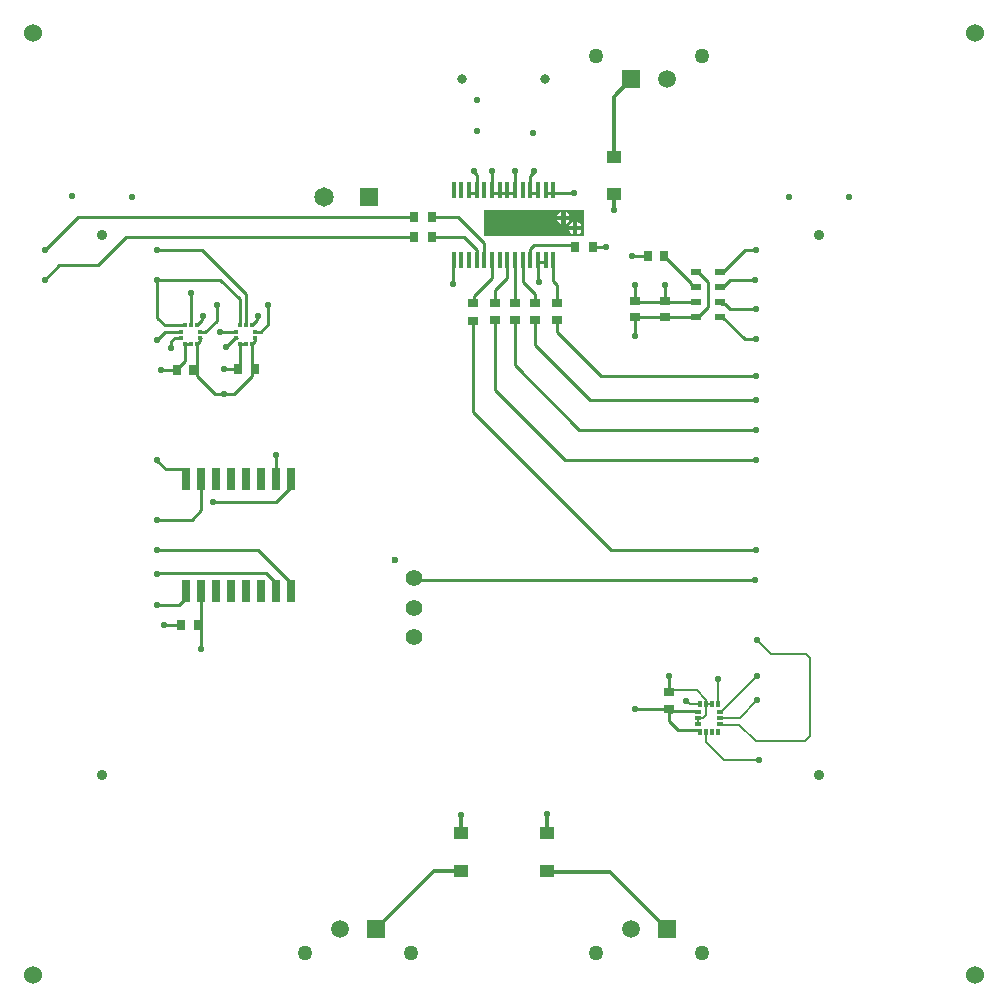
<source format=gtl>
G04*
G04 #@! TF.GenerationSoftware,Altium Limited,Altium Designer,24.0.1 (36)*
G04*
G04 Layer_Physical_Order=1*
G04 Layer_Color=255*
%FSLAX25Y25*%
%MOIN*%
G70*
G04*
G04 #@! TF.SameCoordinates,8111244A-D8C8-47A8-AF56-D19D7FDA50C5*
G04*
G04*
G04 #@! TF.FilePolarity,Positive*
G04*
G01*
G75*
%ADD13C,0.00800*%
%ADD14C,0.01000*%
%ADD15R,0.01378X0.01181*%
%ADD16R,0.01181X0.01378*%
%ADD17R,0.01378X0.02264*%
%ADD18R,0.02264X0.01378*%
%ADD19R,0.03543X0.03150*%
%ADD20R,0.02756X0.03543*%
%ADD21R,0.01772X0.05807*%
%ADD22R,0.12598X0.07480*%
%ADD23R,0.03543X0.02756*%
%ADD24R,0.04803X0.04409*%
%ADD25R,0.03150X0.03543*%
%ADD26R,0.02756X0.07598*%
%ADD27R,0.03740X0.02165*%
%ADD52C,0.01200*%
%ADD53C,0.03504*%
%ADD54C,0.05512*%
%ADD55C,0.02362*%
%ADD56R,0.06496X0.06496*%
%ADD57C,0.06496*%
%ADD58C,0.05000*%
%ADD59C,0.05984*%
%ADD60R,0.05984X0.05984*%
%ADD61C,0.03150*%
%ADD62C,0.06000*%
%ADD63C,0.02300*%
G36*
X203600Y266233D02*
X170402D01*
Y275100D01*
X203600D01*
Y266233D01*
D02*
G37*
%LPC*%
G36*
X197501Y274360D02*
Y273094D01*
X198767D01*
X198573Y273561D01*
X197969Y274166D01*
X197501Y274360D01*
D02*
G37*
G36*
X196001D02*
X195533Y274166D01*
X194928Y273561D01*
X194734Y273094D01*
X196001D01*
Y274360D01*
D02*
G37*
G36*
X198767Y271593D02*
X197501D01*
Y270327D01*
X197969Y270521D01*
X198573Y271126D01*
X198767Y271593D01*
D02*
G37*
G36*
X196001D02*
X194734D01*
X194928Y271126D01*
X195533Y270521D01*
X196001Y270327D01*
Y271593D01*
D02*
G37*
G36*
X201434Y270968D02*
Y269701D01*
X202700D01*
X202507Y270169D01*
X201902Y270774D01*
X201434Y270968D01*
D02*
G37*
G36*
X199934D02*
X199466Y270774D01*
X198861Y270169D01*
X198668Y269701D01*
X199934D01*
Y270968D01*
D02*
G37*
G36*
X202700Y268201D02*
X201434D01*
Y266935D01*
X201902Y267128D01*
X202507Y267733D01*
X202700Y268201D01*
D02*
G37*
G36*
X199934D02*
X198668D01*
X198861Y267733D01*
X199466Y267128D01*
X199934Y266935D01*
Y268201D01*
D02*
G37*
%LPD*%
D13*
X244416Y110279D02*
X246384D01*
X244416Y106761D02*
Y110279D01*
X239052D02*
X242447D01*
X244416D02*
Y111828D01*
X241806Y105700D02*
X243355D01*
X244416Y97584D02*
Y101121D01*
X248994Y103732D02*
X249272Y103454D01*
X255457D02*
X261011Y97900D01*
X249272Y103454D02*
X255457D01*
X261011Y97900D02*
X277400D01*
X279000Y99500D01*
Y125500D01*
X277500Y127000D02*
X279000Y125500D01*
X266101Y127000D02*
X277500D01*
X248994Y105700D02*
X255503D01*
X249384Y107616D02*
X261408Y119639D01*
X244416Y97584D02*
X250200Y91800D01*
X261361Y131739D02*
X266101Y127000D01*
X255503Y105700D02*
X261408Y111606D01*
X250200Y91800D02*
X261836D01*
X237958Y111373D02*
X239052Y110279D01*
X232689Y114873D02*
X241371D01*
X244416Y111828D01*
X241806Y103732D02*
Y105700D01*
X243355D02*
X244416Y106761D01*
X248353Y110279D02*
Y118582D01*
D14*
X98385Y236911D02*
Y243337D01*
X95858Y234384D02*
X98385Y236911D01*
X94100Y234384D02*
X95858D01*
X81183Y238097D02*
Y243337D01*
X77470Y234384D02*
X81183Y238097D01*
X75750Y234384D02*
X77470D01*
X94745Y238474D02*
Y239557D01*
X94994Y239806D01*
X93009Y236620D02*
Y236739D01*
X94745Y238474D01*
X74659Y236739D02*
X76395Y238474D01*
X74568Y236550D02*
X74659Y236640D01*
Y236739D01*
X76395Y238474D02*
Y239501D01*
X76643Y239750D01*
X88982Y236550D02*
Y245278D01*
X61386Y251800D02*
X82460D01*
X88982Y245278D01*
X61386Y261800D02*
X76247D01*
X90950Y236550D02*
Y247096D01*
X76247Y261800D02*
X90950Y247096D01*
X70631Y230250D02*
X72600D01*
X62604Y221800D02*
X67876D01*
X69147Y223072D02*
X70631Y224556D01*
Y230250D01*
X67310Y232416D02*
X69450D01*
X66156Y231261D02*
X67310Y232416D01*
X66156Y229284D02*
Y231261D01*
X61386Y231800D02*
X63970Y234384D01*
X69450D01*
X63996Y236550D02*
X70631D01*
X61386Y239160D02*
X63996Y236550D01*
X61386Y239160D02*
Y251800D01*
X72600Y236550D02*
Y247278D01*
X75561Y231341D02*
Y232325D01*
X74568Y230349D02*
X75561Y231341D01*
X232000Y104713D02*
Y108672D01*
Y104713D02*
X235149Y101564D01*
X232000Y108672D02*
X232943Y107728D01*
X232689Y107867D02*
X241500D01*
X235149Y101564D02*
X242258D01*
X167843Y258481D02*
Y261721D01*
X163564Y266000D02*
X167843Y261721D01*
X206813Y262764D02*
X210975D01*
X187162Y263322D02*
X199047D01*
X185757Y261916D02*
X187162Y263322D01*
X185757Y258481D02*
Y261916D01*
Y257633D02*
Y258481D01*
Y280767D02*
X188316D01*
X185757Y286457D02*
X186975Y287675D01*
X185757Y281614D02*
Y286457D01*
X186975Y287675D02*
Y288026D01*
X165284Y280767D02*
X167843D01*
X167066Y287587D02*
Y287939D01*
X167843Y281614D02*
Y286809D01*
X167066Y287587D02*
X167843Y286809D01*
X152853Y272500D02*
X161771D01*
X170402Y258481D02*
Y263869D01*
X161771Y272500D02*
X170402Y263869D01*
X152853Y266000D02*
X163564D01*
X172961Y252267D02*
Y258481D01*
X167040Y244292D02*
Y246345D01*
X172961Y252267D01*
X166800Y244053D02*
X167040Y244292D01*
X174000Y248247D02*
X178079Y252326D01*
X174000Y244153D02*
Y248247D01*
X178079Y252326D02*
Y258481D01*
X187322Y244153D02*
Y246906D01*
X183198Y251031D02*
Y258481D01*
Y251031D02*
X187322Y246906D01*
X193434Y251338D02*
X194800Y249972D01*
X193434Y251338D02*
Y258481D01*
X194800Y244153D02*
Y249972D01*
X180639Y244153D02*
Y258481D01*
Y244153D02*
X180639Y244153D01*
X194800Y234300D02*
Y237854D01*
X205500Y211800D02*
X260839D01*
X187322Y229978D02*
Y237854D01*
Y229978D02*
X205500Y211800D01*
X174000Y215100D02*
X197300Y191800D01*
X260900D01*
X174000Y215100D02*
Y237854D01*
X180639Y223314D02*
Y238247D01*
X202152Y201800D02*
X260839D01*
X180639Y223314D02*
X202152Y201800D01*
X212600Y161800D02*
X260839Y161800D01*
X166800Y207600D02*
Y238147D01*
Y207600D02*
X212600Y161800D01*
X191200Y67699D02*
X191300Y67599D01*
Y54801D02*
X191901Y54200D01*
X261408Y119639D02*
Y119800D01*
X237606Y111373D02*
X237958D01*
X232000Y114184D02*
Y119800D01*
X232000Y114184D02*
X232689Y114873D01*
X232876Y109547D02*
X232939Y108058D01*
X232000Y108672D02*
X232876Y109547D01*
X87347Y232408D02*
X87905D01*
X84223Y229284D02*
X87347Y232408D01*
X88982Y230250D02*
X90950D01*
X65907Y229035D02*
X66156Y229284D01*
X88982Y222153D02*
Y230305D01*
X67876Y221997D02*
X68950Y223072D01*
X67876Y221800D02*
Y221997D01*
X68950Y223072D02*
X69147D01*
X147527Y151764D02*
X260714D01*
X147000Y151237D02*
X147527Y151764D01*
X86832Y213700D02*
X92919Y219787D01*
X83618Y213700D02*
X86832D01*
X92919Y219787D02*
Y230250D01*
X80655Y213700D02*
X83618D01*
X74568Y219787D02*
X80655Y213700D01*
X74568Y219787D02*
Y230250D01*
X188428Y251140D02*
Y257521D01*
Y251140D02*
X188540Y251028D01*
X188316Y257633D02*
X188428Y257521D01*
X188316Y257633D02*
X190875D01*
X160163Y250400D02*
Y257630D01*
X160166Y257633D01*
X160159Y250397D02*
X160163Y250400D01*
X180639Y280767D02*
Y288026D01*
X172961Y280767D02*
Y287976D01*
X41600Y256500D02*
X51100Y266000D01*
X28800Y256500D02*
X41600D01*
X51100Y266000D02*
X146947Y266000D01*
X64292Y188542D02*
X70222D01*
X71100Y187665D01*
X61386Y191448D02*
X64292Y188542D01*
X68738Y143373D02*
X71100Y145735D01*
X61386Y143373D02*
X68738D01*
X71100Y145735D02*
Y148157D01*
X220672Y108544D02*
X232000D01*
X63536Y136700D02*
X69444D01*
X80028Y177800D02*
X101078D01*
X76100Y128500D02*
Y148157D01*
X101089Y185254D02*
X101100Y185243D01*
X101078Y193400D02*
X101089Y193389D01*
Y185254D02*
Y193389D01*
X101078Y177800D02*
X106100Y182822D01*
X83618Y222153D02*
X88485D01*
X219582Y259800D02*
X224944D01*
X230473Y259652D02*
X239494Y250631D01*
X230621Y259800D02*
Y260666D01*
X239494Y249843D02*
Y250631D01*
X240077Y249261D02*
X240865D01*
X239494Y249843D02*
X240077Y249261D01*
X221217Y244339D02*
X240865D01*
X230656Y244756D02*
Y250100D01*
X220800Y244756D02*
X221217Y244339D01*
X220800Y244756D02*
X220800Y244756D01*
Y250100D01*
X220974Y239418D02*
X240865D01*
X220800Y239244D02*
X220974Y239418D01*
X220800Y233020D02*
Y239244D01*
X209450Y219650D02*
X260689D01*
X194800Y234300D02*
X209450Y219650D01*
X260689D02*
X260839Y219800D01*
X240865Y239418D02*
X241652D01*
X245000Y242766D02*
Y250834D01*
X241652Y254182D02*
X245000Y250834D01*
X240865Y254182D02*
X241652D01*
Y239418D02*
X245000Y242766D01*
X61386Y161800D02*
X94878D01*
X61386Y153800D02*
X61542Y153956D01*
X97722D01*
X92919Y230349D02*
X93911Y231341D01*
Y232325D01*
X92919Y230250D02*
Y230349D01*
X93911Y232325D02*
X94002Y232416D01*
X94100D01*
X75651D02*
X75750D01*
X74568Y230250D02*
Y230349D01*
X75561Y232325D02*
X75651Y232416D01*
X24118Y261597D02*
X35021Y272500D01*
X146947D01*
X24100Y251800D02*
X28800Y256500D01*
X76100Y175000D02*
Y185243D01*
X72900Y171800D02*
X76100Y175000D01*
X61386Y171800D02*
X72900D01*
X106100Y182822D02*
Y185243D01*
X75750Y232416D02*
X75848D01*
X87759Y234342D02*
X87801Y234384D01*
X82400Y234300D02*
X82442Y234342D01*
X87759D01*
X248935Y244339D02*
X249518Y243757D01*
X250549D01*
X252355Y241950D02*
X260864D01*
X250549Y243757D02*
X252355Y241950D01*
X249723Y249161D02*
X252355Y251793D01*
X260764D01*
X248935Y249161D02*
X249723D01*
X248935Y239318D02*
X249723D01*
X257209Y231832D01*
X260864D01*
X249723Y254082D02*
X257441Y261800D01*
X248935Y254082D02*
X249723D01*
X257441Y261800D02*
X260839D01*
X61386Y191448D02*
Y191800D01*
X71100Y185243D02*
Y187665D01*
X94878Y161800D02*
X106100Y150578D01*
X101100Y148157D02*
Y150578D01*
X97722Y153956D02*
X101100Y150578D01*
X190875Y280767D02*
X200300D01*
X172961D02*
X175521D01*
X178079D02*
X180639D01*
X188316D02*
X188489Y280594D01*
X175521Y280767D02*
X178079D01*
D15*
X69450Y232416D02*
D03*
X75750D02*
D03*
Y234384D02*
D03*
X94100Y232416D02*
D03*
Y234384D02*
D03*
X87801D02*
D03*
Y232416D02*
D03*
X69450Y234384D02*
D03*
D16*
X70631Y230250D02*
D03*
X72600D02*
D03*
X74568D02*
D03*
Y236550D02*
D03*
X72600D02*
D03*
X70631D02*
D03*
X92919D02*
D03*
X90950D02*
D03*
X88982D02*
D03*
Y230250D02*
D03*
X90950D02*
D03*
X92919D02*
D03*
D17*
X248353Y110279D02*
D03*
X246384D02*
D03*
X244416D02*
D03*
X242447D02*
D03*
Y101121D02*
D03*
X244416D02*
D03*
X246384D02*
D03*
X248353D02*
D03*
D18*
X241806Y107668D02*
D03*
Y105700D02*
D03*
Y103732D02*
D03*
X248994D02*
D03*
Y105700D02*
D03*
Y107668D02*
D03*
D19*
X232000Y114184D02*
D03*
Y108672D02*
D03*
X220800Y239244D02*
D03*
Y244756D02*
D03*
X230656Y239244D02*
D03*
Y244756D02*
D03*
D20*
X200647Y262764D02*
D03*
X206553D02*
D03*
X152853Y266000D02*
D03*
X146947D02*
D03*
X152853Y272500D02*
D03*
X146947D02*
D03*
D21*
X160166Y258481D02*
D03*
X162725D02*
D03*
X165284D02*
D03*
X167843D02*
D03*
X170402D02*
D03*
X172961D02*
D03*
X175521D02*
D03*
X178079D02*
D03*
X180639D02*
D03*
X183198D02*
D03*
X185757D02*
D03*
X188316D02*
D03*
X190875D02*
D03*
X193434D02*
D03*
Y281614D02*
D03*
X190875D02*
D03*
X188316D02*
D03*
X185757D02*
D03*
X183198D02*
D03*
X180639D02*
D03*
X178079D02*
D03*
X175521D02*
D03*
X172961D02*
D03*
X170402D02*
D03*
X167843D02*
D03*
X165284D02*
D03*
X162725D02*
D03*
X160166D02*
D03*
D22*
X176800Y270048D02*
D03*
D23*
X187322Y244153D02*
D03*
Y238247D02*
D03*
X166800Y244053D02*
D03*
Y238147D02*
D03*
X174000Y244153D02*
D03*
Y238247D02*
D03*
X180639Y244153D02*
D03*
Y238247D02*
D03*
X194800Y244153D02*
D03*
Y238247D02*
D03*
D24*
X191300Y54801D02*
D03*
Y67399D02*
D03*
X213700Y292799D02*
D03*
Y280201D02*
D03*
X162800Y54801D02*
D03*
Y67399D02*
D03*
D25*
X69444Y136700D02*
D03*
X74956D02*
D03*
X224944Y259800D02*
D03*
X230456D02*
D03*
X88485Y222153D02*
D03*
X93997D02*
D03*
X73387Y221800D02*
D03*
X67876D02*
D03*
D26*
X71100Y148157D02*
D03*
X76100D02*
D03*
X81100D02*
D03*
X86100D02*
D03*
X91100D02*
D03*
X96100D02*
D03*
X101100D02*
D03*
X106100D02*
D03*
Y185243D02*
D03*
X101100D02*
D03*
X96100D02*
D03*
X91100D02*
D03*
X86100D02*
D03*
X81100D02*
D03*
X76100D02*
D03*
X71100D02*
D03*
D27*
X248935Y239418D02*
D03*
Y244339D02*
D03*
Y254182D02*
D03*
Y249261D02*
D03*
X240865Y239418D02*
D03*
Y244339D02*
D03*
Y249261D02*
D03*
Y254182D02*
D03*
D52*
X213700Y312800D02*
X219400Y318500D01*
X213700Y292799D02*
Y312800D01*
X191200Y67699D02*
Y73500D01*
X162800Y67399D02*
Y73385D01*
X213700Y275000D02*
Y280201D01*
X153801Y54801D02*
X162800D01*
X134200Y35200D02*
X153801Y54801D01*
X212200Y54200D02*
X231200Y35200D01*
X191901Y54200D02*
X212200D01*
D53*
X282000Y86800D02*
D03*
Y266800D02*
D03*
X43000D02*
D03*
Y86800D02*
D03*
D54*
X147000Y152192D02*
D03*
Y142350D02*
D03*
Y132507D02*
D03*
D55*
X140701Y158492D02*
D03*
D56*
X132000Y279300D02*
D03*
D57*
X117000D02*
D03*
D58*
X207578Y27483D02*
D03*
X243011D02*
D03*
X243022Y326217D02*
D03*
X207589D02*
D03*
X146011Y27483D02*
D03*
X110578D02*
D03*
D59*
X219389Y35200D02*
D03*
X231211Y318500D02*
D03*
X122389Y35200D02*
D03*
D60*
X231200D02*
D03*
X219400Y318500D02*
D03*
X134200Y35200D02*
D03*
D61*
X190539Y318655D02*
D03*
X163138D02*
D03*
D62*
X20000Y20000D02*
D03*
X334000D02*
D03*
Y334000D02*
D03*
X20000D02*
D03*
D63*
X81183Y243337D02*
D03*
X94994Y239806D02*
D03*
X76643Y239750D02*
D03*
X98385Y243337D02*
D03*
X186746Y300531D02*
D03*
X210975Y262764D02*
D03*
X196751Y272343D02*
D03*
X200684Y268951D02*
D03*
X167066Y287939D02*
D03*
X186975Y288026D02*
D03*
X191200Y73500D02*
D03*
X162800Y73385D02*
D03*
X213700Y275000D02*
D03*
X261361Y131739D02*
D03*
X261408Y119800D02*
D03*
Y111606D02*
D03*
X261836Y91800D02*
D03*
X237606Y111373D02*
D03*
X84223Y229284D02*
D03*
X65907Y229035D02*
D03*
X260714Y151764D02*
D03*
X260839Y161800D02*
D03*
X188540Y251028D02*
D03*
X160159Y250397D02*
D03*
X33059Y279500D02*
D03*
X168071Y301332D02*
D03*
X291941Y279300D02*
D03*
X272059D02*
D03*
X52952Y279436D02*
D03*
X180639Y288026D02*
D03*
X172961Y287976D02*
D03*
X232000Y119800D02*
D03*
X220672Y108544D02*
D03*
X63536Y136700D02*
D03*
X80028Y177800D02*
D03*
X76100Y128500D02*
D03*
X101078Y193400D02*
D03*
X62604Y221800D02*
D03*
X83618Y222153D02*
D03*
X219582Y259800D02*
D03*
X230656Y250100D02*
D03*
X220800D02*
D03*
X220800Y233020D02*
D03*
X168071Y311542D02*
D03*
X260839Y219800D02*
D03*
X61386Y251800D02*
D03*
Y161800D02*
D03*
Y153800D02*
D03*
X248353Y118582D02*
D03*
X83618Y213700D02*
D03*
X72600Y247278D02*
D03*
X24118Y261597D02*
D03*
X260900Y191800D02*
D03*
X260839Y201800D02*
D03*
Y211800D02*
D03*
X82400Y234300D02*
D03*
X260864Y231832D02*
D03*
Y241950D02*
D03*
X260764Y251793D02*
D03*
X260839Y261800D02*
D03*
X61386Y143373D02*
D03*
Y191800D02*
D03*
Y171800D02*
D03*
X24100Y251800D02*
D03*
X61386Y231800D02*
D03*
Y261800D02*
D03*
X200300Y280767D02*
D03*
M02*

</source>
